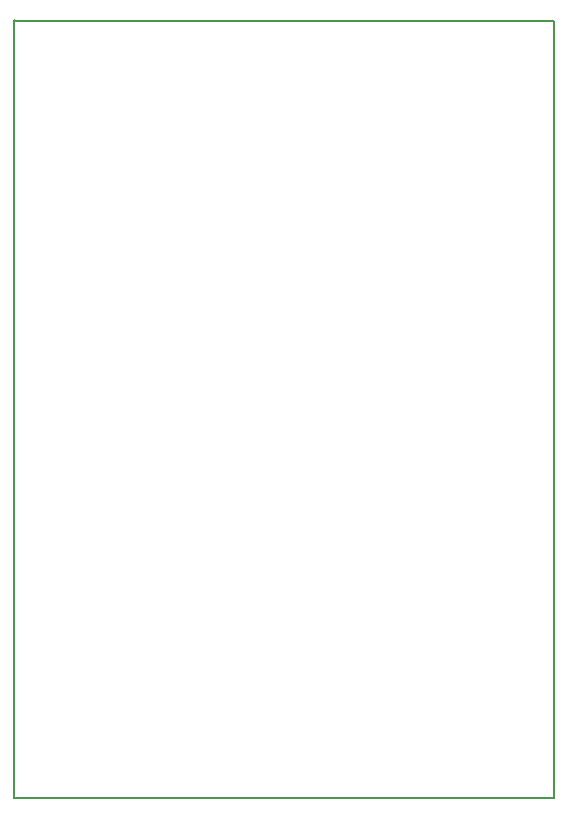
<source format=gm1>
G04 #@! TF.FileFunction,Profile,NP*
%FSLAX46Y46*%
G04 Gerber Fmt 4.6, Leading zero omitted, Abs format (unit mm)*
G04 Created by KiCad (PCBNEW 4.0.7) date 12/02/17 15:25:28*
%MOMM*%
%LPD*%
G01*
G04 APERTURE LIST*
%ADD10C,0.100000*%
%ADD11C,0.150000*%
G04 APERTURE END LIST*
D10*
D11*
X131267200Y-126136400D02*
X131267200Y-126034800D01*
X176987200Y-126136400D02*
X131267200Y-126136400D01*
X176987200Y-60350400D02*
X131267200Y-60350400D01*
X131267200Y-60299600D02*
X131318000Y-60299600D01*
X131267200Y-126034800D02*
X131267200Y-60299600D01*
X176987200Y-60401200D02*
X176987200Y-126136400D01*
M02*

</source>
